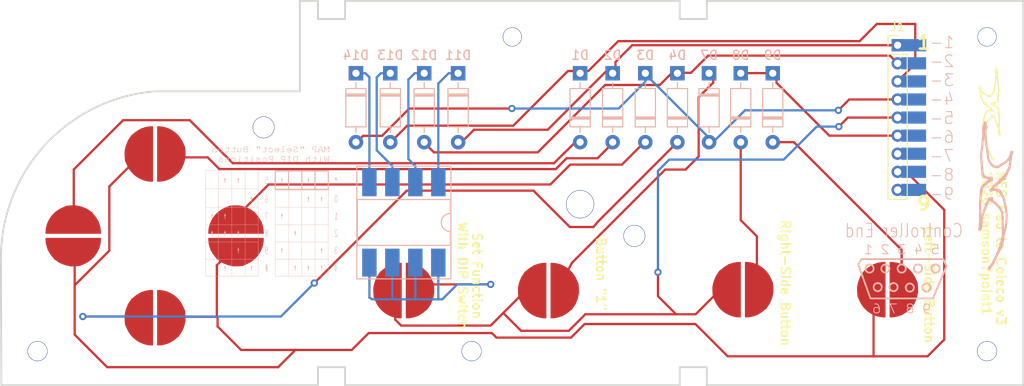
<source format=kicad_pcb>
(kicad_pcb (version 20171130) (host pcbnew "(5.1.5-0-10_14)")
  (layers (0 F.Cu signal) (31 B.Cu signal) (34 B.Paste user) (35 F.Paste user hide) (36 B.SilkS user) (37 F.SilkS user) (38 B.Mask user) (39 F.Mask user hide) (44 Edge.Cuts user))
  (net 0 "")
  (net 1 "Net-(Button-*1-Pad2)")
  (net 2 "Net-(Button-1-Pad1)")
  (net 3 "Net-(Button-*1-Pad1)")
  (net 4 "Net-(Button-Side-L1-Pad2)")
  (net 5 "Net-(Button-Side-L1-Pad1)")
  (net 6 "Net-(Button-Side-R1-Pad2)")
  (net 7 "Net-(D-Left1-Pad2)")
  (net 8 "Net-(D-Up1-Pad2)")
  (net 9 "Net-(D-Right1-Pad2)")
  (net 10 "Net-(D-Down1-Pad2)")
  (net 11 "Net-(D8-Pad1)")
  (net 12 "Net-(J1-Pad7)")
  (net 13 "Net-(J1-Pad9)")
  (net 14 "Net-(D1-Pad1)")
  (net 15 "Net-(D11-Pad2)")
  (net 16 "Net-(D11-Pad1)")
  (net 17 "Net-(D12-Pad1)")
  (net 18 "Net-(D12-Pad2)")
  (net 19 "Net-(D13-Pad1)")
  (net 20 "Net-(D14-Pad1)")
  (net 21 "Net-(D14-Pad2)")
  (module Button_Pads:PinHeader_1x09_P2.00mm_Vertical_With_Pads (layer F.Cu) (at 186.11 62.42)
    (fp_text reference J1 (at 0 -2.06) (layer F.SilkS))
    (fp_text value Conn_01x09_Male)
    (pad "" smd rect (at 1.775 16) (size 2.75 1.35) (layers B.Cu B.Mask))
    (pad "" smd rect (at 1.775 14) (size 2.75 1.35) (layers B.Cu B.Mask))
    (pad "" smd rect (at 1.775 12) (size 2.75 1.35) (layers B.Cu B.Mask))
    (pad "" smd rect (at 1.775 10) (size 2.75 1.35) (layers B.Cu B.Mask))
    (pad "" smd rect (at 1.775 8) (size 2.75 1.35) (layers B.Cu B.Mask))
    (pad "" smd rect (at 1.775 6) (size 2.75 1.35) (layers B.Cu B.Mask))
    (pad "" smd rect (at 1.775 4) (size 2.75 1.35) (layers B.Cu B.Mask))
    (pad "" smd rect (at 1.775 2) (size 2.75 1.35) (layers B.Cu B.Mask))
    (pad "" smd rect (at 1.91 0) (size 2.5 1.35) (layers B.Cu B.Mask))
    (pad 1 thru_hole rect (at 0 0) (size 1.35 1.35) (drill 0.8) (layers *.Cu *.Mask) (net 15 "Net-(D11-Pad2)"))
    (pad 2 thru_hole oval (at 0 2) (size 1.35 1.35) (drill 0.8) (layers *.Cu *.Mask) (net 18 "Net-(D12-Pad2)"))
    (pad 3 thru_hole oval (at 0 4) (size 1.35 1.35) (drill 0.8) (layers *.Cu *.Mask) (net 14 "Net-(D1-Pad1)"))
    (pad 4 thru_hole oval (at 0 6) (size 1.35 1.35) (drill 0.8) (layers *.Cu *.Mask) (net 21 "Net-(D14-Pad2)"))
    (pad 5 thru_hole oval (at 0 8) (size 1.35 1.35) (drill 0.8) (layers *.Cu *.Mask) (net 1 "Net-(Button-*1-Pad2)"))
    (pad 6 thru_hole oval (at 0 10) (size 1.35 1.35) (drill 0.8) (layers *.Cu *.Mask) (net 11 "Net-(D8-Pad1)"))
    (pad 7 thru_hole oval (at 0 12) (size 1.35 1.35) (drill 0.8) (layers *.Cu *.Mask) (net 12 "Net-(J1-Pad7)"))
    (pad 8 thru_hole oval (at 0 14) (size 1.35 1.35) (drill 0.8) (layers *.Cu *.Mask) (net 5 "Net-(Button-Side-L1-Pad1)"))
    (pad 9 thru_hole oval (at 0 16) (size 1.35 1.35) (drill 0.8) (layers *.Cu *.Mask) (net 13 "Net-(J1-Pad9)"))
  )
  (module Button_Pads:DIP_Table_15mm_v2 (layer B.Cu) (at 117.06 80.67 180)
    (fp_text reference G*** hide)
    (fp_text value Table hide)
  )
  (module Button_Pads:D_DO-35_SOD27_P7.62mm_Horizontal_reverse_polarity (layer B.Cu) (at 172.3 65.52 270)
    (fp_text reference D9 (at -2 0) (layer B.SilkS) (effects (justify mirror)))
    (fp_text value DIODE)
    (pad 1 thru_hole rect (at 0 0 270) (size 1.6 1.6) (drill 0.8) (layers *.Cu *.Mask) (net 11 "Net-(D8-Pad1)"))
    (pad 2 thru_hole oval (at 7.62 0 270) (size 1.6 1.6) (drill 0.8) (layers *.Cu *.Mask) (net 4 "Net-(Button-Side-L1-Pad2)"))
  )
  (module Button_Pads:D_DO-35_SOD27_P7.62mm_Horizontal_reverse_polarity (layer B.Cu) (at 168.76 65.52 270)
    (fp_text reference D8 (at -2 0) (layer B.SilkS) (effects (justify mirror)))
    (fp_text value DIODE)
    (pad 1 thru_hole rect (at 0 0 270) (size 1.6 1.6) (drill 0.8) (layers *.Cu *.Mask) (net 11 "Net-(D8-Pad1)"))
    (pad 2 thru_hole oval (at 7.62 0 270) (size 1.6 1.6) (drill 0.8) (layers *.Cu *.Mask) (net 6 "Net-(Button-Side-R1-Pad2)"))
  )
  (module Button_Pads:D_DO-35_SOD27_P7.62mm_Horizontal_reverse_polarity (layer B.Cu) (at 161.76 65.52 270)
    (fp_text reference D4 (at -2 0) (layer B.SilkS) (effects (justify mirror)))
    (fp_text value DIODE)
    (pad 1 thru_hole rect (at 0 0 270) (size 1.6 1.6) (drill 0.8) (layers *.Cu *.Mask) (net 18 "Net-(D12-Pad2)"))
    (pad 2 thru_hole oval (at 7.62 0 270) (size 1.6 1.6) (drill 0.8) (layers *.Cu *.Mask) (net 10 "Net-(D-Down1-Pad2)"))
  )
  (module Button_Pads:D_DO-35_SOD27_P7.62mm_Horizontal_reverse_polarity (layer B.Cu) (at 154.6 65.52 270)
    (fp_text reference D2 (at -2 0) (layer B.SilkS) (effects (justify mirror)))
    (fp_text value DIODE)
    (pad 1 thru_hole rect (at 0 0 270) (size 1.6 1.6) (drill 0.8) (layers *.Cu *.Mask) (net 15 "Net-(D11-Pad2)"))
    (pad 2 thru_hole oval (at 7.62 0 270) (size 1.6 1.6) (drill 0.8) (layers *.Cu *.Mask) (net 8 "Net-(D-Up1-Pad2)"))
  )
  (module Button_Pads:D_DO-35_SOD27_P7.62mm_Horizontal_reverse_polarity (layer B.Cu) (at 151 65.52 270)
    (fp_text reference D1 (at -2 0) (layer B.SilkS) (effects (justify mirror)))
    (fp_text value DIODE)
    (pad 1 thru_hole rect (at 0 0 270) (size 1.6 1.6) (drill 0.8) (layers *.Cu *.Mask) (net 14 "Net-(D1-Pad1)"))
    (pad 2 thru_hole oval (at 7.62 0 270) (size 1.6 1.6) (drill 0.8) (layers *.Cu *.Mask) (net 7 "Net-(D-Left1-Pad2)"))
  )
  (module Button_Pads:D_DO-35_SOD27_P7.62mm_Horizontal_reverse_polarity (layer B.Cu) (at 158.21 65.52 270)
    (fp_text reference D3 (at -2 0) (layer B.SilkS) (effects (justify mirror)))
    (fp_text value DIODE)
    (pad 1 thru_hole rect (at 0 0 270) (size 1.6 1.6) (drill 0.8) (layers *.Cu *.Mask) (net 21 "Net-(D14-Pad2)"))
    (pad 2 thru_hole oval (at 7.62 0 270) (size 1.6 1.6) (drill 0.8) (layers *.Cu *.Mask) (net 9 "Net-(D-Right1-Pad2)"))
  )
  (module Button_Pads:Contact_Pad_Vertical_Split (layer F.Cu) (at 185 89.5)
    (fp_text reference Button-Side-L1 hide)
    (fp_text value SW_Push)
    (pad 2 smd custom (at 1.55 -0.1 180) (size 1.524 1.524) (layers F.Cu F.Paste F.Mask) (net 4 "Net-(Button-Side-L1-Pad2)") (options (clearance outline) (anchor circle)) (primitives (gr_line (start 1.25 -3.05) (end 1.25 2.95) (width 0.15)) (gr_line (start 1.25 2.95) (end 1.2 2.95) (width 0.15)) (gr_arc (start 1.25 -0.05) (end 1.25 -3.05) (angle -180) (width 0.15)) (gr_poly (pts (xy 1.25 -3.05) (xy 1.2 2.95) (xy 0 2.65) (xy -0.55 2.35) (xy -1 1.9) (xy -1.45 1.25) (xy -1.7 0.7) (xy -1.75 0.15) (xy -1.75 -0.35) (xy -1.6 -0.9) (xy -1.4 -1.5) (xy -1 -2.1) (xy -0.4 -2.5) (xy 0 -2.8) (xy 0.55 -2.95) (xy 0.95 -3)) (width 0.15))))
    (pad 1 smd custom (at -1.55 0) (size 1.524 1.524) (layers F.Cu F.Paste F.Mask) (net 5 "Net-(Button-Side-L1-Pad1)") (options (clearance outline) (anchor circle)) (primitives (gr_line (start 1.25 -3.05) (end 1.25 2.95) (width 0.15)) (gr_line (start 1.25 2.95) (end 1.2 2.95) (width 0.15)) (gr_arc (start 1.25 -0.05) (end 1.25 -3.05) (angle -180) (width 0.15)) (gr_poly (pts (xy 1.25 -3.05) (xy 1.2 2.95) (xy 0 2.65) (xy -0.55 2.35) (xy -1 1.9) (xy -1.45 1.25) (xy -1.7 0.7) (xy -1.75 0.15) (xy -1.75 -0.35) (xy -1.6 -0.9) (xy -1.4 -1.5) (xy -1 -2.1) (xy -0.4 -2.5) (xy 0 -2.8) (xy 0.55 -2.95) (xy 0.95 -3)) (width 0.15))))
  )
  (module Button_Pads:Contact_Pad_Vertical_Split (layer F.Cu) (at 169 89.5)
    (fp_text reference Button-Side-R1 hide)
    (fp_text value SW_Push)
    (pad 2 smd custom (at 1.55 -0.1 180) (size 1.524 1.524) (layers F.Cu F.Paste F.Mask) (net 6 "Net-(Button-Side-R1-Pad2)") (options (clearance outline) (anchor circle)) (primitives (gr_line (start 1.25 -3.05) (end 1.25 2.95) (width 0.15)) (gr_line (start 1.25 2.95) (end 1.2 2.95) (width 0.15)) (gr_arc (start 1.25 -0.05) (end 1.25 -3.05) (angle -180) (width 0.15)) (gr_poly (pts (xy 1.25 -3.05) (xy 1.2 2.95) (xy 0 2.65) (xy -0.55 2.35) (xy -1 1.9) (xy -1.45 1.25) (xy -1.7 0.7) (xy -1.75 0.15) (xy -1.75 -0.35) (xy -1.6 -0.9) (xy -1.4 -1.5) (xy -1 -2.1) (xy -0.4 -2.5) (xy 0 -2.8) (xy 0.55 -2.95) (xy 0.95 -3)) (width 0.15))))
    (pad 1 smd custom (at -1.55 0) (size 1.524 1.524) (layers F.Cu F.Paste F.Mask) (net 1 "Net-(Button-*1-Pad2)") (options (clearance outline) (anchor circle)) (primitives (gr_line (start 1.25 -3.05) (end 1.25 2.95) (width 0.15)) (gr_line (start 1.25 2.95) (end 1.2 2.95) (width 0.15)) (gr_arc (start 1.25 -0.05) (end 1.25 -3.05) (angle -180) (width 0.15)) (gr_poly (pts (xy 1.25 -3.05) (xy 1.2 2.95) (xy 0 2.65) (xy -0.55 2.35) (xy -1 1.9) (xy -1.45 1.25) (xy -1.7 0.7) (xy -1.75 0.15) (xy -1.75 -0.35) (xy -1.6 -0.9) (xy -1.4 -1.5) (xy -1 -2.1) (xy -0.4 -2.5) (xy 0 -2.8) (xy 0.55 -2.95) (xy 0.95 -3)) (width 0.15))))
  )
  (module Button_Pads:Contact_Pad_Vertical_Split (layer F.Cu) (at 131.5 89.5 180)
    (fp_text reference Button-*1 hide)
    (fp_text value SW_Push)
    (pad 2 smd custom (at 1.55 -0.1) (size 1.524 1.524) (layers F.Cu F.Paste F.Mask) (net 1 "Net-(Button-*1-Pad2)") (options (clearance outline) (anchor circle)) (primitives (gr_line (start 1.25 -3.05) (end 1.25 2.95) (width 0.15)) (gr_line (start 1.25 2.95) (end 1.2 2.95) (width 0.15)) (gr_arc (start 1.25 -0.05) (end 1.25 -3.05) (angle -180) (width 0.15)) (gr_poly (pts (xy 1.25 -3.05) (xy 1.2 2.95) (xy 0 2.65) (xy -0.55 2.35) (xy -1 1.9) (xy -1.45 1.25) (xy -1.7 0.7) (xy -1.75 0.15) (xy -1.75 -0.35) (xy -1.6 -0.9) (xy -1.4 -1.5) (xy -1 -2.1) (xy -0.4 -2.5) (xy 0 -2.8) (xy 0.55 -2.95) (xy 0.95 -3)) (width 0.15))))
    (pad 1 smd custom (at -1.55 0 180) (size 1.524 1.524) (layers F.Cu F.Paste F.Mask) (net 3 "Net-(Button-*1-Pad1)") (options (clearance outline) (anchor circle)) (primitives (gr_line (start 1.25 -3.05) (end 1.25 2.95) (width 0.15)) (gr_line (start 1.25 2.95) (end 1.2 2.95) (width 0.15)) (gr_arc (start 1.25 -0.05) (end 1.25 -3.05) (angle -180) (width 0.15)) (gr_poly (pts (xy 1.25 -3.05) (xy 1.2 2.95) (xy 0 2.65) (xy -0.55 2.35) (xy -1 1.9) (xy -1.45 1.25) (xy -1.7 0.7) (xy -1.75 0.15) (xy -1.75 -0.35) (xy -1.6 -0.9) (xy -1.4 -1.5) (xy -1 -2.1) (xy -0.4 -2.5) (xy 0 -2.8) (xy 0.55 -2.95) (xy 0.95 -3)) (width 0.15))))
  )
  (module Button_Pads:Contact_Pad_Vertical_Split (layer F.Cu) (at 113 83.5 90)
    (fp_text reference D-Right1 hide)
    (fp_text value SW_Push)
    (pad 2 smd custom (at 1.55 -0.1 270) (size 1.524 1.524) (layers F.Cu F.Paste F.Mask) (net 9 "Net-(D-Right1-Pad2)") (options (clearance outline) (anchor circle)) (primitives (gr_line (start 1.25 -3.05) (end 1.25 2.95) (width 0.15)) (gr_line (start 1.25 2.95) (end 1.2 2.95) (width 0.15)) (gr_arc (start 1.25 -0.05) (end 1.25 -3.05) (angle -180) (width 0.15)) (gr_poly (pts (xy 1.25 -3.05) (xy 1.2 2.95) (xy 0 2.65) (xy -0.55 2.35) (xy -1 1.9) (xy -1.45 1.25) (xy -1.7 0.7) (xy -1.75 0.15) (xy -1.75 -0.35) (xy -1.6 -0.9) (xy -1.4 -1.5) (xy -1 -2.1) (xy -0.4 -2.5) (xy 0 -2.8) (xy 0.55 -2.95) (xy 0.95 -3)) (width 0.15))))
    (pad 1 smd custom (at -1.55 0 90) (size 1.524 1.524) (layers F.Cu F.Paste F.Mask) (net 5 "Net-(Button-Side-L1-Pad1)") (options (clearance outline) (anchor circle)) (primitives (gr_line (start 1.25 -3.05) (end 1.25 2.95) (width 0.15)) (gr_line (start 1.25 2.95) (end 1.2 2.95) (width 0.15)) (gr_arc (start 1.25 -0.05) (end 1.25 -3.05) (angle -180) (width 0.15)) (gr_poly (pts (xy 1.25 -3.05) (xy 1.2 2.95) (xy 0 2.65) (xy -0.55 2.35) (xy -1 1.9) (xy -1.45 1.25) (xy -1.7 0.7) (xy -1.75 0.15) (xy -1.75 -0.35) (xy -1.6 -0.9) (xy -1.4 -1.5) (xy -1 -2.1) (xy -0.4 -2.5) (xy 0 -2.8) (xy 0.55 -2.95) (xy 0.95 -3)) (width 0.15))))
  )
  (module Button_Pads:Contact_Pad_Vertical_Split (layer F.Cu) (at 104 92.5 180)
    (fp_text reference D-Down1 hide)
    (fp_text value SW_Push)
    (pad 2 smd custom (at 1.55 -0.1) (size 1.524 1.524) (layers F.Cu F.Paste F.Mask) (net 10 "Net-(D-Down1-Pad2)") (options (clearance outline) (anchor circle)) (primitives (gr_line (start 1.25 -3.05) (end 1.25 2.95) (width 0.15)) (gr_line (start 1.25 2.95) (end 1.2 2.95) (width 0.15)) (gr_arc (start 1.25 -0.05) (end 1.25 -3.05) (angle -180) (width 0.15)) (gr_poly (pts (xy 1.25 -3.05) (xy 1.2 2.95) (xy 0 2.65) (xy -0.55 2.35) (xy -1 1.9) (xy -1.45 1.25) (xy -1.7 0.7) (xy -1.75 0.15) (xy -1.75 -0.35) (xy -1.6 -0.9) (xy -1.4 -1.5) (xy -1 -2.1) (xy -0.4 -2.5) (xy 0 -2.8) (xy 0.55 -2.95) (xy 0.95 -3)) (width 0.15))))
    (pad 1 smd custom (at -1.55 0 180) (size 1.524 1.524) (layers F.Cu F.Paste F.Mask) (net 5 "Net-(Button-Side-L1-Pad1)") (options (clearance outline) (anchor circle)) (primitives (gr_line (start 1.25 -3.05) (end 1.25 2.95) (width 0.15)) (gr_line (start 1.25 2.95) (end 1.2 2.95) (width 0.15)) (gr_arc (start 1.25 -0.05) (end 1.25 -3.05) (angle -180) (width 0.15)) (gr_poly (pts (xy 1.25 -3.05) (xy 1.2 2.95) (xy 0 2.65) (xy -0.55 2.35) (xy -1 1.9) (xy -1.45 1.25) (xy -1.7 0.7) (xy -1.75 0.15) (xy -1.75 -0.35) (xy -1.6 -0.9) (xy -1.4 -1.5) (xy -1 -2.1) (xy -0.4 -2.5) (xy 0 -2.8) (xy 0.55 -2.95) (xy 0.95 -3)) (width 0.15))))
  )
  (module Button_Pads:Contact_Pad_Vertical_Split (layer F.Cu) (at 95 83.5 90)
    (fp_text reference D-Left1 hide)
    (fp_text value SW_Push)
    (pad 2 smd custom (at 1.55 -0.1 270) (size 1.524 1.524) (layers F.Cu F.Paste F.Mask) (net 7 "Net-(D-Left1-Pad2)") (options (clearance outline) (anchor circle)) (primitives (gr_line (start 1.25 -3.05) (end 1.25 2.95) (width 0.15)) (gr_line (start 1.25 2.95) (end 1.2 2.95) (width 0.15)) (gr_arc (start 1.25 -0.05) (end 1.25 -3.05) (angle -180) (width 0.15)) (gr_poly (pts (xy 1.25 -3.05) (xy 1.2 2.95) (xy 0 2.65) (xy -0.55 2.35) (xy -1 1.9) (xy -1.45 1.25) (xy -1.7 0.7) (xy -1.75 0.15) (xy -1.75 -0.35) (xy -1.6 -0.9) (xy -1.4 -1.5) (xy -1 -2.1) (xy -0.4 -2.5) (xy 0 -2.8) (xy 0.55 -2.95) (xy 0.95 -3)) (width 0.15))))
    (pad 1 smd custom (at -1.55 0 90) (size 1.524 1.524) (layers F.Cu F.Paste F.Mask) (net 5 "Net-(Button-Side-L1-Pad1)") (options (clearance outline) (anchor circle)) (primitives (gr_line (start 1.25 -3.05) (end 1.25 2.95) (width 0.15)) (gr_line (start 1.25 2.95) (end 1.2 2.95) (width 0.15)) (gr_arc (start 1.25 -0.05) (end 1.25 -3.05) (angle -180) (width 0.15)) (gr_poly (pts (xy 1.25 -3.05) (xy 1.2 2.95) (xy 0 2.65) (xy -0.55 2.35) (xy -1 1.9) (xy -1.45 1.25) (xy -1.7 0.7) (xy -1.75 0.15) (xy -1.75 -0.35) (xy -1.6 -0.9) (xy -1.4 -1.5) (xy -1 -2.1) (xy -0.4 -2.5) (xy 0 -2.8) (xy 0.55 -2.95) (xy 0.95 -3)) (width 0.15))))
  )
  (module Button_Pads:Contact_Pad_Vertical_Split (layer F.Cu) (at 104 74.5)
    (fp_text reference D-Up1 hide)
    (fp_text value D-Up)
    (pad 2 smd custom (at 1.55 -0.1 180) (size 1.524 1.524) (layers F.Cu F.Paste F.Mask) (net 8 "Net-(D-Up1-Pad2)") (options (clearance outline) (anchor circle)) (primitives (gr_line (start 1.25 -3.05) (end 1.25 2.95) (width 0.15)) (gr_line (start 1.25 2.95) (end 1.2 2.95) (width 0.15)) (gr_arc (start 1.25 -0.05) (end 1.25 -3.05) (angle -180) (width 0.15)) (gr_poly (pts (xy 1.25 -3.05) (xy 1.2 2.95) (xy 0 2.65) (xy -0.55 2.35) (xy -1 1.9) (xy -1.45 1.25) (xy -1.7 0.7) (xy -1.75 0.15) (xy -1.75 -0.35) (xy -1.6 -0.9) (xy -1.4 -1.5) (xy -1 -2.1) (xy -0.4 -2.5) (xy 0 -2.8) (xy 0.55 -2.95) (xy 0.95 -3)) (width 0.15))))
    (pad 1 smd custom (at -1.55 0) (size 1.524 1.524) (layers F.Cu F.Paste F.Mask) (net 5 "Net-(Button-Side-L1-Pad1)") (options (clearance outline) (anchor circle)) (primitives (gr_line (start 1.25 -3.05) (end 1.25 2.95) (width 0.15)) (gr_line (start 1.25 2.95) (end 1.2 2.95) (width 0.15)) (gr_arc (start 1.25 -0.05) (end 1.25 -3.05) (angle -180) (width 0.15)) (gr_poly (pts (xy 1.25 -3.05) (xy 1.2 2.95) (xy 0 2.65) (xy -0.55 2.35) (xy -1 1.9) (xy -1.45 1.25) (xy -1.7 0.7) (xy -1.75 0.15) (xy -1.75 -0.35) (xy -1.6 -0.9) (xy -1.4 -1.5) (xy -1 -2.1) (xy -0.4 -2.5) (xy 0 -2.8) (xy 0.55 -2.95) (xy 0.95 -3)) (width 0.15))))
  )
  (module Diode_THT:D_DO-35_SOD27_P7.62mm_Horizontal (layer B.Cu) (at 165.26 65.52 270)
    (fp_text reference D7 (at -2 0) (layer B.SilkS) (effects (justify mirror)))
    (fp_text value DIODE)
    (pad 2 thru_hole oval (at 7.62 0 270) (size 1.6 1.6) (drill 0.8) (layers *.Cu *.Mask) (net 21 "Net-(D14-Pad2)"))
    (pad 1 thru_hole rect (at 0 0 270) (size 1.6 1.6) (drill 0.8) (layers *.Cu *.Mask) (net 2 "Net-(Button-1-Pad1)"))
  )
  (module Button_Pads:Contact_Pad_Vertical_Split (layer F.Cu) (at 147.5 89.5 180)
    (fp_text reference Button-1 hide)
    (fp_text value SW_Push)
    (pad 1 smd custom (at -1.55 0 180) (size 1.524 1.524) (layers F.Cu F.Paste F.Mask) (net 2 "Net-(Button-1-Pad1)") (options (clearance outline) (anchor circle)) (primitives (gr_line (start 1.25 -3.05) (end 1.25 2.95) (width 0.15)) (gr_line (start 1.25 2.95) (end 1.2 2.95) (width 0.15)) (gr_arc (start 1.25 -0.05) (end 1.25 -3.05) (angle -180) (width 0.15)) (gr_poly (pts (xy 1.25 -3.05) (xy 1.2 2.95) (xy 0 2.65) (xy -0.55 2.35) (xy -1 1.9) (xy -1.45 1.25) (xy -1.7 0.7) (xy -1.75 0.15) (xy -1.75 -0.35) (xy -1.6 -0.9) (xy -1.4 -1.5) (xy -1 -2.1) (xy -0.4 -2.5) (xy 0 -2.8) (xy 0.55 -2.95) (xy 0.95 -3)) (width 0.15))))
    (pad 2 smd custom (at 1.55 -0.1) (size 1.524 1.524) (layers F.Cu F.Paste F.Mask) (net 1 "Net-(Button-*1-Pad2)") (options (clearance outline) (anchor circle)) (primitives (gr_line (start 1.25 -3.05) (end 1.25 2.95) (width 0.15)) (gr_line (start 1.25 2.95) (end 1.2 2.95) (width 0.15)) (gr_arc (start 1.25 -0.05) (end 1.25 -3.05) (angle -180) (width 0.15)) (gr_poly (pts (xy 1.25 -3.05) (xy 1.2 2.95) (xy 0 2.65) (xy -0.55 2.35) (xy -1 1.9) (xy -1.45 1.25) (xy -1.7 0.7) (xy -1.75 0.15) (xy -1.75 -0.35) (xy -1.6 -0.9) (xy -1.4 -1.5) (xy -1 -2.1) (xy -0.4 -2.5) (xy 0 -2.8) (xy 0.55 -2.95) (xy 0.95 -3)) (width 0.15))))
  )
  (module Diode_THT:D_DO-35_SOD27_P7.62mm_Horizontal (layer B.Cu) (at 137.51 65.52 270)
    (fp_text reference D11 (at -2 0) (layer B.SilkS) (effects (justify mirror)))
    (fp_text value DIODE)
    (pad 2 thru_hole oval (at 7.62 0 270) (size 1.6 1.6) (drill 0.8) (layers *.Cu *.Mask) (net 15 "Net-(D11-Pad2)"))
    (pad 1 thru_hole rect (at 0 0 270) (size 1.6 1.6) (drill 0.8) (layers *.Cu *.Mask) (net 16 "Net-(D11-Pad1)"))
  )
  (module Diode_THT:D_DO-35_SOD27_P7.62mm_Horizontal (layer B.Cu) (at 133.76 65.52 270)
    (fp_text reference D12 (at -2 0) (layer B.SilkS) (effects (justify mirror)))
    (fp_text value DIODE)
    (pad 1 thru_hole rect (at 0 0 270) (size 1.6 1.6) (drill 0.8) (layers *.Cu *.Mask) (net 17 "Net-(D12-Pad1)"))
    (pad 2 thru_hole oval (at 7.62 0 270) (size 1.6 1.6) (drill 0.8) (layers *.Cu *.Mask) (net 18 "Net-(D12-Pad2)"))
  )
  (module Diode_THT:D_DO-35_SOD27_P7.62mm_Horizontal (layer B.Cu) (at 130.01 65.52 270)
    (fp_text reference D13 (at -2 0) (layer B.SilkS) (effects (justify mirror)))
    (fp_text value DIODE)
    (pad 2 thru_hole oval (at 7.62 0 270) (size 1.6 1.6) (drill 0.8) (layers *.Cu *.Mask) (net 14 "Net-(D1-Pad1)"))
    (pad 1 thru_hole rect (at 0 0 270) (size 1.6 1.6) (drill 0.8) (layers *.Cu *.Mask) (net 19 "Net-(D13-Pad1)"))
  )
  (module Diode_THT:D_DO-35_SOD27_P7.62mm_Horizontal (layer B.Cu) (at 126.21 65.52 270)
    (fp_text reference D14 (at -2 0) (layer B.SilkS) (effects (justify mirror)))
    (fp_text value DIODE)
    (pad 1 thru_hole rect (at 0 0 270) (size 1.6 1.6) (drill 0.8) (layers *.Cu *.Mask) (net 20 "Net-(D14-Pad1)"))
    (pad 2 thru_hole oval (at 7.62 0 270) (size 1.6 1.6) (drill 0.8) (layers *.Cu *.Mask) (net 21 "Net-(D14-Pad2)"))
  )
  (module Package_DIP:DIP-8_W8.89mm_SMDSocket_LongPads (layer B.Cu) (at 131.51 82.02 90)
    (fp_text reference SW1 hide)
    (fp_text value SW_DIP_x04)
    (pad 8 smd rect (at 4.445 3.81 90) (size 3.1 1.6) (layers B.Cu B.Paste B.Mask) (net 16 "Net-(D11-Pad1)"))
    (pad 4 smd rect (at -4.445 -3.81 90) (size 3.1 1.6) (layers B.Cu B.Paste B.Mask) (net 3 "Net-(Button-*1-Pad1)"))
    (pad 7 smd rect (at 4.445 1.27 90) (size 3.1 1.6) (layers B.Cu B.Paste B.Mask) (net 17 "Net-(D12-Pad1)"))
    (pad 3 smd rect (at -4.445 -1.27 90) (size 3.1 1.6) (layers B.Cu B.Paste B.Mask) (net 3 "Net-(Button-*1-Pad1)"))
    (pad 6 smd rect (at 4.445 -1.27 90) (size 3.1 1.6) (layers B.Cu B.Paste B.Mask) (net 19 "Net-(D13-Pad1)"))
    (pad 2 smd rect (at -4.445 1.27 90) (size 3.1 1.6) (layers B.Cu B.Paste B.Mask) (net 3 "Net-(Button-*1-Pad1)"))
    (pad 5 smd rect (at 4.445 -3.81 90) (size 3.1 1.6) (layers B.Cu B.Paste B.Mask) (net 20 "Net-(D14-Pad1)"))
    (pad 1 smd rect (at -4.445 3.81 90) (size 3.1 1.6) (layers B.Cu B.Paste B.Mask) (net 3 "Net-(Button-*1-Pad1)"))
  )
  (module Button_Pads:insignia_4mmx17mm (layer B.Cu) (at 197 79 180)
    (fp_text reference G*** hide)
    (fp_text value insignia_4mmx17mm hide)
  )
  (module Button_Pads:insignia_2.5mmx10.5mm (layer F.Cu) (at 196.25 70)
    (fp_text reference G*** hide)
    (fp_text value insignia_2.5mmx10.5mm hide)
  )
  (gr_line (start 87.01 100.02) (end 86.952354 85.98) (layer Edge.Cuts) (width 0.2))
  (gr_line (start 120.01 67.52) (end 104.01 67.52) (layer Edge.Cuts) (width 0.2))
  (gr_line (start 122.01 100.02) (end 87.01 100.02) (layer Edge.Cuts) (width 0.2))
  (gr_line (start 122.01 98.02) (end 122.01 100.02) (layer Edge.Cuts) (width 0.2))
  (gr_line (start 125.01 98.02) (end 122.01 98.02) (layer Edge.Cuts) (width 0.2))
  (gr_line (start 125.01 100.02) (end 125.01 98.02) (layer Edge.Cuts) (width 0.2))
  (gr_line (start 162.01 100.02) (end 125.01 100.02) (layer Edge.Cuts) (width 0.2))
  (gr_line (start 162.01 98.02) (end 162.01 100.02) (layer Edge.Cuts) (width 0.2))
  (gr_line (start 165.01 98.02) (end 162.01 98.02) (layer Edge.Cuts) (width 0.2))
  (gr_line (start 165.01 100.02) (end 165.01 98.02) (layer Edge.Cuts) (width 0.2))
  (gr_line (start 200.01 100.02) (end 165.01 100.02) (layer Edge.Cuts) (width 0.2))
  (gr_line (start 200.01 57.52) (end 200.01 100.02) (layer Edge.Cuts) (width 0.2))
  (gr_line (start 165.01 57.52) (end 200.01 57.52) (layer Edge.Cuts) (width 0.2))
  (gr_line (start 165.01 59.52) (end 165.01 57.52) (layer Edge.Cuts) (width 0.2))
  (gr_line (start 162.01 59.52) (end 165.01 59.52) (layer Edge.Cuts) (width 0.2))
  (gr_line (start 162.01 57.52) (end 162.01 59.52) (layer Edge.Cuts) (width 0.2))
  (gr_line (start 125.01 57.52) (end 162.01 57.52) (layer Edge.Cuts) (width 0.2))
  (gr_line (start 125.01 59.52) (end 125.01 57.52) (layer Edge.Cuts) (width 0.2))
  (gr_line (start 122.01 59.52) (end 125.01 59.52) (layer Edge.Cuts) (width 0.2))
  (gr_line (start 122.01 57.52) (end 122.01 59.52) (layer Edge.Cuts) (width 0.2))
  (gr_line (start 120.01 57.52) (end 122.01 57.52) (layer Edge.Cuts) (width 0.2))
  (gr_line (start 120.01 67.52) (end 120.01 57.52) (layer Edge.Cuts) (width 0.2))
  (gr_text "Controller End" (at 186.81 82.92) (layer B.SilkS) (effects (font (size 1.5 1.2) (thickness 0.1)) (justify mirror)))
  (gr_text "9 8 7 6" (at 186.56 91.57) (layer B.SilkS) (effects (font (size 1 1.08) (thickness 0.1)) (justify mirror)))
  (gr_text "5 4 3 2 1" (at 186.56 85.02) (layer B.SilkS) (effects (font (size 1 1.08) (thickness 0.1)) (justify mirror)))
  (gr_line (start 191.51 86.87) (end 190.01 90.42) (layer B.SilkS) (width 0.2))
  (gr_line (start 191.21 86.17) (end 191.51 86.87) (layer B.SilkS) (width 0.2))
  (gr_line (start 181.76 86.67) (end 183.11 90.42) (layer B.SilkS) (width 0.2))
  (gr_line (start 182.11 86.07) (end 181.76 86.67) (layer B.SilkS) (width 0.2))
  (gr_line (start 191.16 86.07) (end 182.11 86.07) (layer B.SilkS) (width 0.2))
  (gr_line (start 183.16 90.42) (end 190.01 90.42) (layer B.SilkS) (width 0.2))
  (gr_circle (center 189.31 89.22) (end 188.86 89.27) (layer B.SilkS) (width 0.2))
  (gr_circle (center 187.46 89.22) (end 187.01 89.27) (layer B.SilkS) (width 0.2))
  (gr_circle (center 185.66 89.17) (end 185.21 89.22) (layer B.SilkS) (width 0.2))
  (gr_circle (center 183.91 89.17) (end 183.46 89.22) (layer B.SilkS) (width 0.2))
  (gr_circle (center 190.31 87.12) (end 189.86 87.17) (layer B.SilkS) (width 0.2))
  (gr_circle (center 188.36 87.12) (end 187.91 87.17) (layer B.SilkS) (width 0.2))
  (gr_circle (center 186.56 87.12) (end 186.11 87.17) (layer B.SilkS) (width 0.2))
  (gr_circle (center 184.76 87.12) (end 184.31 87.17) (layer B.SilkS) (width 0.2))
  (gr_circle (center 183.01 87.12) (end 182.56 87.17) (layer B.SilkS) (width 0.2))
  (gr_text "Set Function\nWith DIP Switch" (at 138.81 87.92 270) (layer F.SilkS) (effects (font (size 1 1) (thickness 0.2))))
  (gr_text "Button \"1\"" (at 153.31 87.72 270) (layer F.SilkS) (effects (font (size 1 1) (thickness 0.2))))
  (gr_text "Left-Side Button" (at 189.61 88.92 270) (layer F.SilkS) (effects (font (size 1 1) (thickness 0.2))))
  (gr_text "Right-Side Button" (at 173.71 88.72 270) (layer F.SilkS) (effects (font (size 1 1) (thickness 0.2))))
  (gr_text "1-\n2-\n3-\n4-\n5-\n6-\n7-\n8-\n9-" (at 191 70.47) (layer B.SilkS) (effects (font (size 1.3 1.25) (thickness 0.1)) (justify mirror)))
  (gr_text "NES Pad to Coleco v3\n2020 samson7point1" (at 196.75 76.25 270) (layer F.SilkS) (effects (font (size 1 1) (thickness 0.2)) (justify left)))
  (gr_text 9 (at 189.01 79.92) (layer F.SilkS) (effects (font (size 1.5 1.5) (thickness 0.3))))
  (gr_text 1 (at 189.01 62.12) (layer F.SilkS) (effects (font (size 1.5 1.5) (thickness 0.3))))
  (gr_arc (start 105.47 85.98) (end 104.01 67.52) (angle -85.47789438) (layer Edge.Cuts) (width 0.2))
  (via (at 91 96.25) (size 2.2) (drill 2.1) (layers F.Cu B.Cu) (net 0))
  (via (at 196 96.25) (size 2.2) (drill 2.1) (layers F.Cu B.Cu) (net 0))
  (via (at 139 96.25) (size 2.2) (drill 2.1) (layers F.Cu B.Cu) (net 0))
  (via (at 196 61.5) (size 2.1) (drill 2) (layers F.Cu B.Cu) (net 0))
  (via (at 143.5 61.5) (size 2.1) (drill 2) (layers F.Cu B.Cu) (net 0))
  (via (at 116 71.5) (size 2.4) (drill 2.3) (layers F.Cu B.Cu) (net 0))
  (via (at 157 83.5) (size 2.4) (drill 2.3) (layers F.Cu B.Cu) (net 0))
  (via (at 151 80) (size 3.1) (drill 3) (layers F.Cu B.Cu) (net 0))
  (via (at 179.61 71.42) (size 0.8) (drill 0.4) (layers F.Cu B.Cu) (net 1))
  (segment (start 186.11 70.42) (end 180.61 70.42) (width 0.25) (layer F.Cu) (net 1))
  (segment (start 180.61 70.42) (end 179.61 71.42) (width 0.25) (layer F.Cu) (net 1))
  (via (at 159.61 87.52) (size 0.8) (drill 0.4) (layers F.Cu B.Cu) (net 1))
  (segment (start 159.61 90.17) (end 161.61 92.17) (width 0.25) (layer F.Cu) (net 1))
  (segment (start 159.61 87.52) (end 159.61 90.17) (width 0.25) (layer F.Cu) (net 1))
  (segment (start 144.56 89.97) (end 144.56 89.02) (width 0.25) (layer F.Cu) (net 1))
  (segment (start 130.56 89.02) (end 130.56 86.042262) (width 0.25) (layer F.Cu) (net 1))
  (segment (start 130.56 92.77) (end 130.56 89.02) (width 0.25) (layer F.Cu) (net 1))
  (segment (start 141.11 93.42) (end 131.21 93.42) (width 0.25) (layer F.Cu) (net 1))
  (segment (start 131.21 93.42) (end 130.56 92.77) (width 0.25) (layer F.Cu) (net 1))
  (segment (start 160.86 75.07) (end 159.61 76.32) (width 0.25) (layer B.Cu) (net 1))
  (segment (start 173.51 75.07) (end 160.86 75.07) (width 0.25) (layer B.Cu) (net 1))
  (segment (start 159.61 76.32) (end 159.61 87.52) (width 0.25) (layer B.Cu) (net 1))
  (segment (start 179.61 71.42) (end 177.16 71.42) (width 0.25) (layer B.Cu) (net 1))
  (segment (start 177.16 71.42) (end 173.51 75.07) (width 0.25) (layer B.Cu) (net 1))
  (segment (start 163.78 92.17) (end 167.45 88.5) (width 0.25) (layer F.Cu) (net 1))
  (segment (start 161.61 92.17) (end 163.78 92.17) (width 0.25) (layer F.Cu) (net 1))
  (segment (start 149.75 94) (end 144.47 94) (width 0.25) (layer F.Cu) (net 1))
  (segment (start 151.58 92.17) (end 149.75 94) (width 0.25) (layer F.Cu) (net 1))
  (segment (start 161.61 92.17) (end 151.58 92.17) (width 0.25) (layer F.Cu) (net 1))
  (segment (start 141.11 93.42) (end 142.5 92.03) (width 0.25) (layer F.Cu) (net 1))
  (segment (start 144.47 94) (end 142.5 92.03) (width 0.25) (layer F.Cu) (net 1))
  (segment (start 142.5 92.03) (end 144.56 89.97) (width 0.25) (layer F.Cu) (net 1))
  (segment (start 150.08 86.5) (end 149.05 88.5) (width 0.25) (layer F.Cu) (net 2))
  (segment (start 165.720471 66.556901) (end 164.11 68.167372) (width 0.25) (layer F.Cu) (net 2))
  (segment (start 164.11 74.72) (end 162.66 76.17) (width 0.25) (layer F.Cu) (net 2))
  (segment (start 165.720471 65.506901) (end 165.720471 66.556901) (width 0.25) (layer F.Cu) (net 2))
  (segment (start 162.66 76.17) (end 160.41 76.17) (width 0.25) (layer F.Cu) (net 2))
  (segment (start 160.41 76.17) (end 150.08 86.5) (width 0.25) (layer F.Cu) (net 2))
  (segment (start 164.11 68.167372) (end 164.11 74.72) (width 0.25) (layer F.Cu) (net 2))
  (via (at 141.11 88.87) (size 0.8) (drill 0.4) (layers F.Cu B.Cu) (net 3))
  (segment (start 141.11 88.87) (end 134.11001 88.87) (width 0.25) (layer F.Cu) (net 3))
  (segment (start 127.7 90.33) (end 127.7 86.465) (width 0.25) (layer B.Cu) (net 3))
  (segment (start 128.01 90.52) (end 127.7 90.33) (width 0.25) (layer B.Cu) (net 3))
  (segment (start 141.11 88.87) (end 137.41 88.87) (width 0.25) (layer B.Cu) (net 3))
  (segment (start 137.41 88.87) (end 135.76 90.52) (width 0.25) (layer B.Cu) (net 3))
  (segment (start 130.24 90.5) (end 130.24 86.465) (width 0.25) (layer B.Cu) (net 3))
  (segment (start 130.26 90.52) (end 128.01 90.52) (width 0.25) (layer B.Cu) (net 3))
  (segment (start 130.26 90.52) (end 130.24 90.5) (width 0.25) (layer B.Cu) (net 3))
  (segment (start 132.76 90.52) (end 132.78 90.5) (width 0.25) (layer B.Cu) (net 3))
  (segment (start 132.76 90.52) (end 130.26 90.52) (width 0.25) (layer B.Cu) (net 3))
  (segment (start 132.78 90.5) (end 132.78 86.465) (width 0.25) (layer B.Cu) (net 3))
  (segment (start 135.26 90.52) (end 135.32 90.46) (width 0.25) (layer B.Cu) (net 3))
  (segment (start 135.26 90.52) (end 132.76 90.52) (width 0.25) (layer B.Cu) (net 3))
  (segment (start 135.32 90.46) (end 135.32 86.465) (width 0.25) (layer B.Cu) (net 3))
  (segment (start 135.76 90.52) (end 135.26 90.52) (width 0.25) (layer B.Cu) (net 3))
  (segment (start 186.55 85.548201) (end 186.55 88.4) (width 0.25) (layer F.Cu) (net 4))
  (segment (start 172.01 73.14) (end 174.64 73.14) (width 0.25) (layer F.Cu) (net 4))
  (segment (start 186.55 85.05) (end 186.55 88.4) (width 0.25) (layer F.Cu) (net 4))
  (segment (start 174.64 73.14) (end 186.55 85.05) (width 0.25) (layer F.Cu) (net 4))
  (segment (start 187.064594 76.42) (end 191.264594 80.62) (width 0.25) (layer F.Cu) (net 5))
  (segment (start 186.11 76.42) (end 187.064594 76.42) (width 0.25) (layer F.Cu) (net 5))
  (segment (start 191.264594 80.62) (end 191.264594 94.974594) (width 0.25) (layer F.Cu) (net 5))
  (segment (start 191.264594 94.974594) (end 189.419188 96.82) (width 0.25) (layer F.Cu) (net 5))
  (segment (start 101.96 74.82) (end 102.06 74.92) (width 0.25) (layer F.Cu) (net 5))
  (segment (start 98.7 98.02) (end 95.11 94.43) (width 0.25) (layer F.Cu) (net 5))
  (segment (start 119.51 96.12) (end 117.61 98.02) (width 0.25) (layer F.Cu) (net 5))
  (segment (start 117.61 98.02) (end 98.7 98.02) (width 0.25) (layer F.Cu) (net 5))
  (segment (start 95.11 94.43) (end 95.11 88.97) (width 0.25) (layer F.Cu) (net 5))
  (segment (start 95.11 88.97) (end 95.11 84.97) (width 0.25) (layer F.Cu) (net 5))
  (segment (start 98.94 78.04) (end 102.06 74.92) (width 0.25) (layer F.Cu) (net 5))
  (segment (start 95.11 88.97) (end 98.94 85.14) (width 0.25) (layer F.Cu) (net 5))
  (segment (start 98.94 85.14) (end 98.94 78.04) (width 0.25) (layer F.Cu) (net 5))
  (segment (start 110.83 92.45) (end 105.69 92.45) (width 0.25) (layer F.Cu) (net 5))
  (segment (start 110.91 92.53) (end 110.83 92.45) (width 0.25) (layer F.Cu) (net 5))
  (segment (start 105.69 92.45) (end 105.16 91.92) (width 0.25) (layer F.Cu) (net 5))
  (segment (start 110.91 93.52) (end 110.91 92.53) (width 0.25) (layer F.Cu) (net 5))
  (segment (start 113.51 96.12) (end 110.91 93.52) (width 0.25) (layer F.Cu) (net 5))
  (segment (start 110.83 86.75) (end 112.61 84.97) (width 0.25) (layer F.Cu) (net 5))
  (segment (start 110.83 92.45) (end 110.83 86.75) (width 0.25) (layer F.Cu) (net 5))
  (segment (start 183.45 96.77) (end 183.45 88.5) (width 0.25) (layer F.Cu) (net 5))
  (segment (start 183.5 96.82) (end 183.45 96.77) (width 0.25) (layer F.Cu) (net 5))
  (segment (start 189.419188 96.82) (end 183.5 96.82) (width 0.25) (layer F.Cu) (net 5))
  (segment (start 150 94.75) (end 141.75 94.75) (width 0.25) (layer F.Cu) (net 5))
  (segment (start 127.62 94.25) (end 125.75 96.12) (width 0.25) (layer F.Cu) (net 5))
  (segment (start 141.75 94.75) (end 141.25 94.25) (width 0.25) (layer F.Cu) (net 5))
  (segment (start 151.5 93.25) (end 150 94.75) (width 0.25) (layer F.Cu) (net 5))
  (segment (start 141.25 94.25) (end 127.62 94.25) (width 0.25) (layer F.Cu) (net 5))
  (segment (start 183.5 96.82) (end 167.32 96.82) (width 0.25) (layer F.Cu) (net 5))
  (segment (start 167.32 96.82) (end 163.75 93.25) (width 0.25) (layer F.Cu) (net 5))
  (segment (start 163.75 93.25) (end 151.5 93.25) (width 0.25) (layer F.Cu) (net 5))
  (segment (start 125.75 96.12) (end 119.5 96.12) (width 0.25) (layer F.Cu) (net 5))
  (segment (start 119.51 96.12) (end 119.5 96.12) (width 0.25) (layer F.Cu) (net 5))
  (segment (start 119.5 96.12) (end 113.51 96.12) (width 0.25) (layer F.Cu) (net 5))
  (segment (start 168.76 73.14) (end 168.76 81.76) (width 0.25) (layer F.Cu) (net 6))
  (segment (start 170.55 83.55) (end 170.55 88.4) (width 0.25) (layer F.Cu) (net 6))
  (segment (start 168.76 81.76) (end 170.55 83.55) (width 0.25) (layer F.Cu) (net 6))
  (segment (start 111.72 74.6) (end 107.83 70.71) (width 0.25) (layer F.Cu) (net 7))
  (segment (start 107.83 70.71) (end 100.46 70.71) (width 0.25) (layer F.Cu) (net 7))
  (segment (start 95.01 76.16) (end 95.01 81.87) (width 0.25) (layer F.Cu) (net 7))
  (segment (start 100.46 70.71) (end 95.01 76.16) (width 0.25) (layer F.Cu) (net 7))
  (segment (start 111.72 74.6) (end 111.74 74.6) (width 0.25) (layer F.Cu) (net 7))
  (segment (start 111.74 74.6) (end 112.61 75.47) (width 0.25) (layer F.Cu) (net 7))
  (segment (start 112.61 75.47) (end 148.11 75.47) (width 0.25) (layer F.Cu) (net 7))
  (segment (start 148.11 75.47) (end 149.21 74.37) (width 0.25) (layer F.Cu) (net 7))
  (segment (start 149.910001 73.689999) (end 150.71 72.89) (width 0.25) (layer F.Cu) (net 7))
  (segment (start 149.23 74.37) (end 149.910001 73.689999) (width 0.25) (layer F.Cu) (net 7))
  (segment (start 149.21 74.37) (end 149.23 74.37) (width 0.25) (layer F.Cu) (net 7))
  (segment (start 111.11 76.12) (end 148.31 76.12) (width 0.25) (layer F.Cu) (net 8))
  (segment (start 105.16 74.82) (end 109.81 74.82) (width 0.25) (layer F.Cu) (net 8))
  (segment (start 152.93 74.92) (end 154.91 72.94) (width 0.25) (layer F.Cu) (net 8))
  (segment (start 149.51 74.92) (end 152.93 74.92) (width 0.25) (layer F.Cu) (net 8))
  (segment (start 148.31 76.12) (end 149.51 74.92) (width 0.25) (layer F.Cu) (net 8))
  (segment (start 109.81 74.82) (end 111.11 76.12) (width 0.25) (layer F.Cu) (net 8))
  (segment (start 155.63 75.62) (end 158.21 73.04) (width 0.25) (layer F.Cu) (net 9))
  (segment (start 147.71 77.82) (end 149.91 75.62) (width 0.25) (layer F.Cu) (net 9))
  (segment (start 112.51 81.87) (end 116.56 77.82) (width 0.25) (layer F.Cu) (net 9))
  (segment (start 149.91 75.62) (end 155.63 75.62) (width 0.25) (layer F.Cu) (net 9))
  (segment (start 116.56 77.82) (end 147.71 77.82) (width 0.25) (layer F.Cu) (net 9))
  (via (at 121.61 88.72) (size 0.8) (drill 0.4) (layers F.Cu B.Cu) (net 10))
  (via (at 96.01 92.42) (size 0.8) (drill 0.4) (layers F.Cu B.Cu) (net 10))
  (segment (start 121.61 88.72) (end 117.91 92.42) (width 0.25) (layer B.Cu) (net 10))
  (segment (start 117.91 92.42) (end 96.01 92.42) (width 0.25) (layer B.Cu) (net 10))
  (segment (start 96.01 92.42) (end 102.06 92.42) (width 0.25) (layer F.Cu) (net 10))
  (segment (start 102.06 92.42) (end 102.06 92.77) (width 0.25) (layer F.Cu) (net 10))
  (segment (start 153 81.9) (end 152.48 82.52) (width 0.25) (layer F.Cu) (net 10))
  (segment (start 152.48 82.52) (end 149.86 82.52) (width 0.25) (layer F.Cu) (net 10))
  (segment (start 161.76 73.14) (end 153 81.9) (width 0.25) (layer F.Cu) (net 10))
  (segment (start 131.83 78.5) (end 131.71 78.62) (width 0.25) (layer F.Cu) (net 10))
  (segment (start 131.71 78.62) (end 121.61 88.72) (width 0.25) (layer F.Cu) (net 10))
  (segment (start 149.86 82.52) (end 145.84 78.5) (width 0.25) (layer F.Cu) (net 10))
  (segment (start 145.84 78.5) (end 131.83 78.5) (width 0.25) (layer F.Cu) (net 10))
  (segment (start 172.720471 66.580471) (end 172.720471 65.506901) (width 0.25) (layer F.Cu) (net 11))
  (segment (start 186.11 72.42) (end 178.56 72.42) (width 0.25) (layer F.Cu) (net 11))
  (segment (start 178.56 72.42) (end 172.720471 66.580471) (width 0.25) (layer F.Cu) (net 11))
  (segment (start 172.720471 65.506901) (end 169.220471 65.506901) (width 0.25) (layer F.Cu) (net 11))
  (segment (start 151.76 65.27) (end 150.71 65.27) (width 0.25) (layer B.Cu) (net 14))
  (segment (start 151.90998 65.27) (end 150.71 65.27) (width 0.25) (layer F.Cu) (net 14))
  (segment (start 188.06 60.07) (end 183.81 60.07) (width 0.25) (layer F.Cu) (net 14))
  (segment (start 183.81 60.07) (end 181.91001 61.96999) (width 0.25) (layer F.Cu) (net 14))
  (segment (start 181.91001 61.96999) (end 155.20999 61.96999) (width 0.25) (layer F.Cu) (net 14))
  (segment (start 155.20999 61.96999) (end 151.90998 65.27) (width 0.25) (layer F.Cu) (net 14))
  (segment (start 149.66 65.27) (end 150.71 65.27) (width 0.25) (layer F.Cu) (net 14))
  (segment (start 143.615011 71.314989) (end 149.66 65.27) (width 0.25) (layer F.Cu) (net 14))
  (segment (start 131.885011 71.314989) (end 143.615011 71.314989) (width 0.25) (layer F.Cu) (net 14))
  (segment (start 130.01 73.19) (end 131.885011 71.314989) (width 0.25) (layer F.Cu) (net 14))
  (segment (start 188.06 64.47) (end 188.06 60.07) (width 0.25) (layer F.Cu) (net 14))
  (segment (start 186.11 66.42) (end 188.06 64.47) (width 0.25) (layer F.Cu) (net 14))
  (segment (start 186.11 62.42) (end 185.185 62.42) (width 0.25) (layer F.Cu) (net 15))
  (segment (start 153.86 65.32) (end 154.91 65.32) (width 0.25) (layer F.Cu) (net 15))
  (segment (start 147.415001 71.764999) (end 153.86 65.32) (width 0.25) (layer F.Cu) (net 15))
  (segment (start 139.275001 71.764999) (end 147.415001 71.764999) (width 0.25) (layer F.Cu) (net 15))
  (segment (start 137.91 73.13) (end 139.275001 71.764999) (width 0.25) (layer F.Cu) (net 15))
  (segment (start 154.91 64.27) (end 154.91 65.32) (width 0.25) (layer F.Cu) (net 15))
  (segment (start 156.76 62.42) (end 154.91 64.27) (width 0.25) (layer F.Cu) (net 15))
  (segment (start 186.11 62.42) (end 156.76 62.42) (width 0.25) (layer F.Cu) (net 15))
  (segment (start 136.46 65.52) (end 137.51 65.52) (width 0.25) (layer B.Cu) (net 16))
  (segment (start 135.32 66.66) (end 136.46 65.52) (width 0.25) (layer B.Cu) (net 16))
  (segment (start 135.32 77.575) (end 135.32 66.66) (width 0.25) (layer B.Cu) (net 16))
  (segment (start 132.01 75.005) (end 132.01 66.22) (width 0.25) (layer B.Cu) (net 17))
  (segment (start 132.71 65.52) (end 133.76 65.52) (width 0.25) (layer B.Cu) (net 17))
  (segment (start 132.78 75.775) (end 132.01 75.005) (width 0.25) (layer B.Cu) (net 17))
  (segment (start 132.01 66.22) (end 132.71 65.52) (width 0.25) (layer B.Cu) (net 17))
  (segment (start 132.78 77.575) (end 132.78 75.775) (width 0.25) (layer B.Cu) (net 17))
  (segment (start 163.26 65.47) (end 162.21 65.47) (width 0.25) (layer F.Cu) (net 18))
  (segment (start 165.16 63.57) (end 163.26 65.47) (width 0.25) (layer F.Cu) (net 18))
  (segment (start 185.26 63.57) (end 165.16 63.57) (width 0.25) (layer F.Cu) (net 18))
  (segment (start 186.11 64.42) (end 185.26 63.57) (width 0.25) (layer F.Cu) (net 18))
  (segment (start 161.16 65.47) (end 162.21 65.47) (width 0.25) (layer F.Cu) (net 18))
  (segment (start 159.81 66.82) (end 161.16 65.47) (width 0.25) (layer F.Cu) (net 18))
  (segment (start 153.76 66.82) (end 159.81 66.82) (width 0.25) (layer F.Cu) (net 18))
  (segment (start 146.31 74.27) (end 153.76 66.82) (width 0.25) (layer F.Cu) (net 18))
  (segment (start 133.76 73.19) (end 134.84 74.27) (width 0.25) (layer F.Cu) (net 18))
  (segment (start 134.84 74.27) (end 146.31 74.27) (width 0.25) (layer F.Cu) (net 18))
  (segment (start 128.96 65.52) (end 130.01 65.52) (width 0.25) (layer B.Cu) (net 19))
  (segment (start 128.51 65.97) (end 128.96 65.52) (width 0.25) (layer B.Cu) (net 19))
  (segment (start 130.24 75.775) (end 128.51 74.045) (width 0.25) (layer B.Cu) (net 19))
  (segment (start 128.51 74.045) (end 128.51 65.97) (width 0.25) (layer B.Cu) (net 19))
  (segment (start 130.24 77.575) (end 130.24 75.775) (width 0.25) (layer B.Cu) (net 19))
  (segment (start 127.26 65.52) (end 126.21 65.52) (width 0.25) (layer B.Cu) (net 20))
  (segment (start 127.7 65.96) (end 127.26 65.52) (width 0.25) (layer B.Cu) (net 20))
  (segment (start 127.7 77.575) (end 127.7 65.96) (width 0.25) (layer B.Cu) (net 20))
  (via (at 179.56 69.62) (size 0.8) (drill 0.4) (layers F.Cu B.Cu) (net 21))
  (segment (start 186.11 68.42) (end 180.76 68.42) (width 0.25) (layer F.Cu) (net 21))
  (segment (start 180.76 68.42) (end 179.56 69.62) (width 0.25) (layer F.Cu) (net 21))
  (segment (start 158.21 65.61643) (end 158.21 65.42) (width 0.25) (layer B.Cu) (net 21))
  (segment (start 165.720471 73.126901) (end 158.21 65.61643) (width 0.25) (layer B.Cu) (net 21))
  (segment (start 129.094997 72.440001) (end 132.114998 69.42) (width 0.25) (layer F.Cu) (net 21))
  (segment (start 126.21 73.24) (end 127.009999 72.440001) (width 0.25) (layer F.Cu) (net 21))
  (segment (start 127.009999 72.440001) (end 129.094997 72.440001) (width 0.25) (layer F.Cu) (net 21))
  (segment (start 132.114998 69.42) (end 143.46 69.42) (width 0.25) (layer F.Cu) (net 21))
  (via (at 143.46 69.42) (size 0.8) (drill 0.4) (layers F.Cu B.Cu) (net 21))
  (segment (start 158.21 66.47) (end 158.21 65.42) (width 0.25) (layer B.Cu) (net 21))
  (segment (start 155.26 69.42) (end 158.21 66.47) (width 0.25) (layer B.Cu) (net 21))
  (segment (start 143.46 69.42) (end 155.26 69.42) (width 0.25) (layer B.Cu) (net 21))
  (segment (start 169.227372 69.62) (end 166.52047 72.326902) (width 0.25) (layer B.Cu) (net 21))
  (segment (start 179.56 69.62) (end 169.227372 69.62) (width 0.25) (layer B.Cu) (net 21))
  (segment (start 166.52047 72.326902) (end 165.720471 73.126901) (width 0.25) (layer B.Cu) (net 21))
)
</source>
